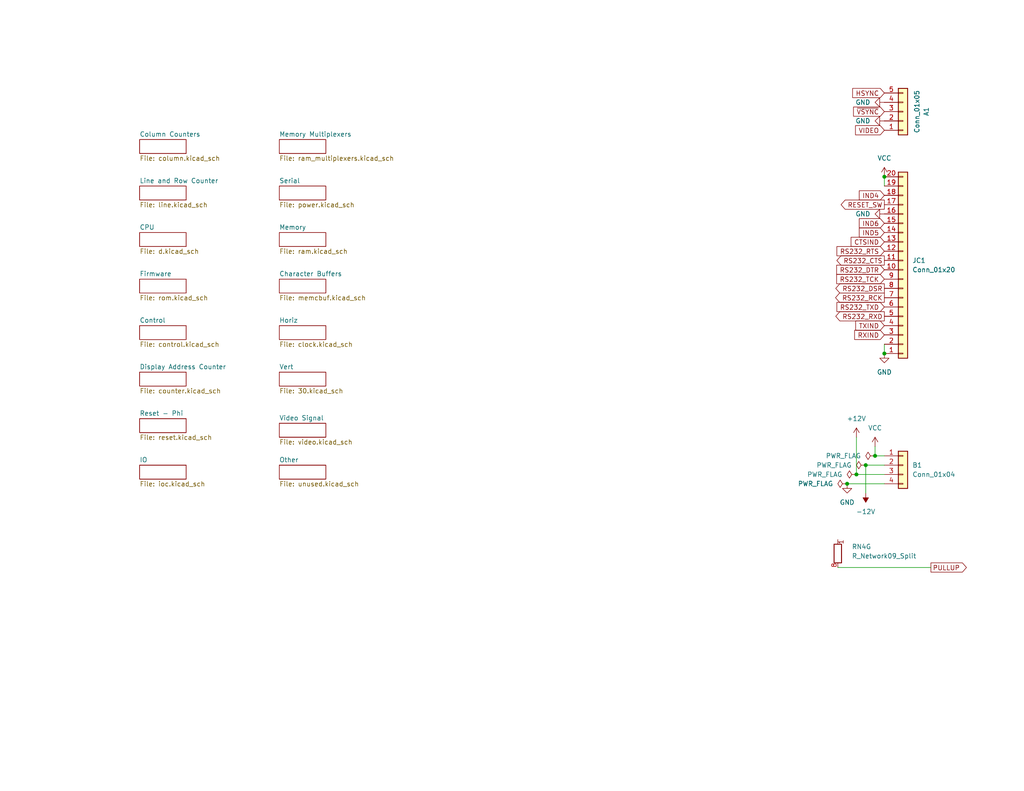
<source format=kicad_sch>
(kicad_sch (version 20230121) (generator eeschema)
  (paper "USLetter")
  (lib_symbols
    (symbol "Connector_Generic:Conn_01x04" (pin_names (offset 1.016) hide)
      (property "Reference" "J" (at 0 5.08 0))
      (property "Value" "Conn_01x04" (at 0 -7.62 0))
      (symbol "Conn_01x04_1_1"
        (rectangle (start -1.27 -4.953) (end 0 -5.207) (stroke (width 0.1524)))
        (rectangle (start -1.27 -2.413) (end 0 -2.667) (stroke (width 0.1524)))
        (rectangle (start -1.27 0.127) (end 0 -0.127) (stroke (width 0.1524)))
        (rectangle (start -1.27 2.667) (end 0 2.413) (stroke (width 0.1524)))
        (rectangle (start -1.27 3.81) (end 1.27 -6.35) (stroke (width 0.254)) (fill (type background)))
        (pin passive line (at -5.08 2.54 0) (length 3.81) (name "Pin_1") (number "1"))
        (pin passive line (at -5.08 0 0) (length 3.81) (name "Pin_2") (number "2"))
        (pin passive line (at -5.08 -2.54 0) (length 3.81) (name "Pin_3") (number "3"))
        (pin passive line (at -5.08 -5.08 0) (length 3.81) (name "Pin_4") (number "4"))
      )
    )
    (symbol "Connector_Generic:Conn_01x05" (pin_names (offset 1.016) hide)
      (property "Reference" "J" (at 0 7.62 0))
      (property "Value" "Conn_01x05" (at 0 -7.62 0))
      (symbol "Conn_01x05_1_1"
        (rectangle (start -1.27 -4.953) (end 0 -5.207) (stroke (width 0.1524)))
        (rectangle (start -1.27 -2.413) (end 0 -2.667) (stroke (width 0.1524)))
        (rectangle (start -1.27 0.127) (end 0 -0.127) (stroke (width 0.1524)))
        (rectangle (start -1.27 2.667) (end 0 2.413) (stroke (width 0.1524)))
        (rectangle (start -1.27 5.207) (end 0 4.953) (stroke (width 0.1524)))
        (rectangle (start -1.27 6.35) (end 1.27 -6.35) (stroke (width 0.254)) (fill (type background)))
        (pin passive line (at -5.08 5.08 0) (length 3.81) (name "Pin_1") (number "1"))
        (pin passive line (at -5.08 2.54 0) (length 3.81) (name "Pin_2") (number "2"))
        (pin passive line (at -5.08 0 0) (length 3.81) (name "Pin_3") (number "3"))
        (pin passive line (at -5.08 -2.54 0) (length 3.81) (name "Pin_4") (number "4"))
        (pin passive line (at -5.08 -5.08 0) (length 3.81) (name "Pin_5") (number "5"))
      )
    )
    (symbol "Connector_Generic:Conn_01x20" (pin_names (offset 1.016) hide)
      (property "Reference" "J" (at 0 25.4 0))
      (property "Value" "Conn_01x20" (at 0 -27.94 0))
      (symbol "Conn_01x20_1_1"
        (rectangle (start -1.27 -25.273) (end 0 -25.527) (stroke (width 0.1524)))
        (rectangle (start -1.27 -22.733) (end 0 -22.987) (stroke (width 0.1524)))
        (rectangle (start -1.27 -20.193) (end 0 -20.447) (stroke (width 0.1524)))
        (rectangle (start -1.27 -17.653) (end 0 -17.907) (stroke (width 0.1524)))
        (rectangle (start -1.27 -15.113) (end 0 -15.367) (stroke (width 0.1524)))
        (rectangle (start -1.27 -12.573) (end 0 -12.827) (stroke (width 0.1524)))
        (rectangle (start -1.27 -10.033) (end 0 -10.287) (stroke (width 0.1524)))
        (rectangle (start -1.27 -7.493) (end 0 -7.747) (stroke (width 0.1524)))
        (rectangle (start -1.27 -4.953) (end 0 -5.207) (stroke (width 0.1524)))
        (rectangle (start -1.27 -2.413) (end 0 -2.667) (stroke (width 0.1524)))
        (rectangle (start -1.27 0.127) (end 0 -0.127) (stroke (width 0.1524)))
        (rectangle (start -1.27 2.667) (end 0 2.413) (stroke (width 0.1524)))
        (rectangle (start -1.27 5.207) (end 0 4.953) (stroke (width 0.1524)))
        (rectangle (start -1.27 7.747) (end 0 7.493) (stroke (width 0.1524)))
        (rectangle (start -1.27 10.287) (end 0 10.033) (stroke (width 0.1524)))
        (rectangle (start -1.27 12.827) (end 0 12.573) (stroke (width 0.1524)))
        (rectangle (start -1.27 15.367) (end 0 15.113) (stroke (width 0.1524)))
        (rectangle (start -1.27 17.907) (end 0 17.653) (stroke (width 0.1524)))
        (rectangle (start -1.27 20.447) (end 0 20.193) (stroke (width 0.1524)))
        (rectangle (start -1.27 22.987) (end 0 22.733) (stroke (width 0.1524)))
        (rectangle (start -1.27 24.13) (end 1.27 -26.67) (stroke (width 0.254)) (fill (type background)))
        (pin passive line (at -5.08 22.86 0) (length 3.81) (name "Pin_1") (number "1"))
        (pin passive line (at -5.08 0 0) (length 3.81) (name "Pin_10") (number "10"))
        (pin passive line (at -5.08 -2.54 0) (length 3.81) (name "Pin_11") (number "11"))
        (pin passive line (at -5.08 -5.08 0) (length 3.81) (name "Pin_12") (number "12"))
        (pin passive line (at -5.08 -7.62 0) (length 3.81) (name "Pin_13") (number "13"))
        (pin passive line (at -5.08 -10.16 0) (length 3.81) (name "Pin_14") (number "14"))
        (pin passive line (at -5.08 -12.7 0) (length 3.81) (name "Pin_15") (number "15"))
        (pin passive line (at -5.08 -15.24 0) (length 3.81) (name "Pin_16") (number "16"))
        (pin passive line (at -5.08 -17.78 0) (length 3.81) (name "Pin_17") (number "17"))
        (pin passive line (at -5.08 -20.32 0) (length 3.81) (name "Pin_18") (number "18"))
        (pin passive line (at -5.08 -22.86 0) (length 3.81) (name "Pin_19") (number "19"))
        (pin passive line (at -5.08 20.32 0) (length 3.81) (name "Pin_2") (number "2"))
        (pin passive line (at -5.08 -25.4 0) (length 3.81) (name "Pin_20") (number "20"))
        (pin passive line (at -5.08 17.78 0) (length 3.81) (name "Pin_3") (number "3"))
        (pin passive line (at -5.08 15.24 0) (length 3.81) (name "Pin_4") (number "4"))
        (pin passive line (at -5.08 12.7 0) (length 3.81) (name "Pin_5") (number "5"))
        (pin passive line (at -5.08 10.16 0) (length 3.81) (name "Pin_6") (number "6"))
        (pin passive line (at -5.08 7.62 0) (length 3.81) (name "Pin_7") (number "7"))
        (pin passive line (at -5.08 5.08 0) (length 3.81) (name "Pin_8") (number "8"))
        (pin passive line (at -5.08 2.54 0) (length 3.81) (name "Pin_9") (number "9"))
      )
    )
    (symbol "Device:R_Network09_Split" (pin_names (offset 0) hide)
      (property "Reference" "RN" (at 2.032 0 90))
      (property "Value" "R_Network09_Split" (at 0 0 90))
      (symbol "R_Network09_Split_0_1"
        (rectangle (start 1.016 2.54) (end -1.016 -2.54) (stroke (width 0.254)))
      )
      (symbol "R_Network09_Split_1_1"
        (pin passive line (at 0 3.81 270) (length 1.27) (name "R1.1") (number "1"))
        (pin passive line (at 0 -3.81 90) (length 1.27) (name "R1.2") (number "2"))
      )
      (symbol "R_Network09_Split_2_1"
        (polyline (pts (xy 0 2.54) (xy 0 3.81)))
        (text "1" (at 0.889 3.175 900) (effects (font (size 1.27 1.27))))
        (pin passive line (at 0 -3.81 90) (length 1.27) (name "R2.2") (number "3"))
      )
      (symbol "R_Network09_Split_3_1"
        (polyline (pts (xy 0 2.54) (xy 0 3.81)))
        (text "1" (at 0.889 3.175 900) (effects (font (size 1.27 1.27))))
        (pin passive line (at 0 -3.81 90) (length 1.27) (name "R3.2") (number "4"))
      )
      (symbol "R_Network09_Split_4_1"
        (polyline (pts (xy 0 2.54) (xy 0 3.81)))
        (text "1" (at 0.889 3.175 900) (effects (font (size 1.27 1.27))))
        (pin passive line (at 0 -3.81 90) (length 1.27) (name "R4.2") (number "5"))
      )
      (symbol "R_Network09_Split_5_1"
        (polyline (pts (xy 0 2.54) (xy 0 3.81)))
        (text "1" (at 0.889 3.175 900) (effects (font (size 1.27 1.27))))
        (pin passive line (at 0 -3.81 90) (length 1.27) (name "R5.2") (number "6"))
      )
      (symbol "R_Network09_Split_6_1"
        (polyline (pts (xy 0 2.54) (xy 0 3.81)))
        (text "1" (at 0.889 3.175 900) (effects (font (size 1.27 1.27))))
        (pin passive line (at 0 -3.81 90) (length 1.27) (name "R6.2") (number "7"))
      )
      (symbol "R_Network09_Split_7_1"
        (polyline (pts (xy 0 2.54) (xy 0 3.81)))
        (text "1" (at 0.889 3.175 900) (effects (font (size 1.27 1.27))))
        (pin passive line (at 0 -3.81 90) (length 1.27) (name "R7.2") (number "8"))
      )
      (symbol "R_Network09_Split_8_1"
        (polyline (pts (xy 0 2.54) (xy 0 3.81)))
        (text "1" (at 0.889 3.175 900) (effects (font (size 1.27 1.27))))
        (pin passive line (at 0 -3.81 90) (length 1.27) (name "R8.2") (number "9"))
      )
      (symbol "R_Network09_Split_9_1"
        (polyline (pts (xy 0 2.54) (xy 0 3.81)))
        (text "1" (at 0.889 3.175 900) (effects (font (size 1.27 1.27))))
        (pin passive line (at 0 -3.81 90) (length 1.27) (name "R9.2") (number "10"))
      )
    )
    (symbol "power:+12V" (power) (pin_names (offset 0))
      (property "Value" "+12V" (at 0 3.556 0))
      (symbol "+12V_0_1"
        (polyline (pts (xy -0.762 1.27) (xy 0 2.54)))
        (polyline (pts (xy 0 0) (xy 0 2.54)))
        (polyline (pts (xy 0 2.54) (xy 0.762 1.27)))
      )
      (symbol "+12V_1_1"
        (pin power_in line (at 0 0 90) (length 0) hide (name "+12V") (number "1"))
      )
    )
    (symbol "power:-12V" (power) (pin_names (offset 0))
      (property "Value" "-12V" (at 0 3.81 0))
      (symbol "-12V_0_0"
        (pin power_in line (at 0 0 90) (length 0) hide (name "-12V") (number "1"))
      )
      (symbol "-12V_0_1"
        (polyline (pts (xy 0 0) (xy 0 1.27) (xy 0.762 1.27) (xy 0 2.54) (xy -0.762 1.27) (xy 0 1.27)) (fill (type outline)))
      )
    )
    (symbol "power:GND" (power) (pin_names (offset 0))
      (property "Value" "GND" (at 0 -3.81 0))
      (symbol "GND_0_1"
        (polyline (pts (xy 0 0) (xy 0 -1.27) (xy 1.27 -1.27) (xy 0 -2.54) (xy -1.27 -1.27) (xy 0 -1.27)))
      )
      (symbol "GND_1_1"
        (pin power_in line (at 0 0 270) (length 0) hide (name "GND") (number "1"))
      )
    )
    (symbol "power:PWR_FLAG" (power) (pin_numbers hide) (pin_names (offset 0) hide)
      (property "Value" "PWR_FLAG" (at 0 3.81 0))
      (symbol "PWR_FLAG_0_0"
        (pin power_out line (at 0 0 90) (length 0) (name "pwr") (number "1"))
      )
      (symbol "PWR_FLAG_0_1"
        (polyline (pts (xy 0 0) (xy 0 1.27) (xy -1.016 1.905) (xy 0 2.54) (xy 1.016 1.905) (xy 0 1.27)))
      )
    )
    (symbol "power:VCC" (power) (pin_names (offset 0))
      (property "Value" "VCC" (at 0 3.81 0))
      (symbol "VCC_0_1"
        (polyline (pts (xy -0.762 1.27) (xy 0 2.54)))
        (polyline (pts (xy 0 0) (xy 0 2.54)))
        (polyline (pts (xy 0 2.54) (xy 0.762 1.27)))
      )
      (symbol "VCC_1_1"
        (pin power_in line (at 0 0 90) (length 0) hide (name "VCC") (number "1"))
      )
    )
  )
  (junction (at 241.3 48.26))
  (junction (at 238.76 124.46))
  (junction (at 233.68 129.54))
  (junction (at 236.22 127))
  (junction (at 241.3 96.52))
  (junction (at 231.14 132.08))
  (wire (pts (xy 238.76 121.92) (xy 238.76 124.46)))
  (wire (pts (xy 254 154.94) (xy 228.6 154.94)))
  (wire (pts (xy 231.14 132.08) (xy 241.3 132.08)))
  (wire (pts (xy 233.68 119.38) (xy 233.68 129.54)))
  (wire (pts (xy 238.76 124.46) (xy 241.3 124.46)))
  (wire (pts (xy 241.3 93.98) (xy 241.3 96.52)))
  (wire (pts (xy 236.22 134.62) (xy 236.22 127)))
  (wire (pts (xy 233.68 129.54) (xy 241.3 129.54)))
  (wire (pts (xy 241.3 50.8) (xy 241.3 48.26)))
  (wire (pts (xy 236.22 127) (xy 241.3 127)))
  (global_label "RS232_RCK" (shape output) (at 241.3 81.28 180) (property "Intersheetrefs" "${INTERSHEET_REFS}" (effects hide)))
  (global_label "RS232_DSR" (shape output) (at 241.3 78.74 180) (property "Intersheetrefs" "${INTERSHEET_REFS}" (effects hide)))
  (global_label "RS232_RTS" (shape input) (at 241.3 68.58 180) (property "Intersheetrefs" "${INTERSHEET_REFS}" (effects hide)))
  (global_label "VIDEO" (shape input) (at 241.3 35.56 180) (property "Intersheetrefs" "${INTERSHEET_REFS}" (effects hide)))
  (global_label "RS232_CTS" (shape output) (at 241.3 71.12 180) (property "Intersheetrefs" "${INTERSHEET_REFS}" (effects hide)))
  (global_label "RS232_RXD" (shape output) (at 241.3 86.36 180) (property "Intersheetrefs" "${INTERSHEET_REFS}" (effects hide)))
  (global_label "IND4" (shape input) (at 241.3 53.34 180) (property "Intersheetrefs" "${INTERSHEET_REFS}" (effects hide)))
  (global_label "RS232_TCK" (shape input) (at 241.3 76.2 180) (property "Intersheetrefs" "${INTERSHEET_REFS}" (effects hide)))
  (global_label "RXIND" (shape input) (at 241.3 91.44 180) (property "Intersheetrefs" "${INTERSHEET_REFS}" (effects hide)))
  (global_label "HSYNC" (shape input) (at 241.3 25.4 180) (property "Intersheetrefs" "${INTERSHEET_REFS}" (effects hide)))
  (global_label "RESET_SW" (shape output) (at 241.3 55.88 180) (property "Intersheetrefs" "${INTERSHEET_REFS}" (effects hide)))
  (global_label "CTSIND" (shape input) (at 241.3 66.04 180) (property "Intersheetrefs" "${INTERSHEET_REFS}" (effects hide)))
  (global_label "IND5" (shape input) (at 241.3 63.5 180) (property "Intersheetrefs" "${INTERSHEET_REFS}" (effects hide)))
  (global_label "~{VSYNC}" (shape input) (at 241.3 30.48 180) (property "Intersheetrefs" "${INTERSHEET_REFS}" (effects hide)))
  (global_label "IND6" (shape input) (at 241.3 60.96 180) (property "Intersheetrefs" "${INTERSHEET_REFS}" (effects hide)))
  (global_label "RS232_TXD" (shape input) (at 241.3 83.82 180) (property "Intersheetrefs" "${INTERSHEET_REFS}" (effects hide)))
  (global_label "TXIND" (shape input) (at 241.3 88.9 180) (property "Intersheetrefs" "${INTERSHEET_REFS}" (effects hide)))
  (global_label "RS232_DTR" (shape input) (at 241.3 73.66 180) (property "Intersheetrefs" "${INTERSHEET_REFS}" (effects hide)))
  (global_label "PULLUP" (shape output) (at 254 154.94 0) (property "Intersheetrefs" "${INTERSHEET_REFS}" (effects hide)))
  (symbol (lib_id "power:GND") (at 241.3 33.02 270) (mirror x) (unit 1)
    (property "Reference" "#PWR0152" (effects hide))
    (property "Value" "GND" (at 237.49 33.0201 90) (effects (justify right)))
  )
  (symbol (lib_id "power:PWR_FLAG") (at 233.68 129.54 90) (unit 1)
    (property "Reference" "#FLG0104" (effects hide))
    (property "Value" "PWR_FLAG" (at 229.87 129.5399 90) (effects (justify left)))
  )
  (symbol (lib_id "power:+12V") (at 233.68 119.38 0) (unit 1)
    (property "Reference" "#PWR0207" (effects hide))
    (property "Value" "+12V" (at 233.68 114.3 0))
  )
  (symbol (lib_id "power:VCC") (at 238.76 121.92 0) (unit 1)
    (property "Reference" "#PWR0205" (effects hide))
    (property "Value" "VCC" (at 238.76 116.84 0))
  )
  (symbol (lib_id "power:GND") (at 241.3 27.94 270) (mirror x) (unit 1)
    (property "Reference" "#PWR0153" (effects hide))
    (property "Value" "GND" (at 237.49 27.9401 90) (effects (justify right)))
  )
  (symbol (lib_id "power:PWR_FLAG") (at 236.22 127 90) (unit 1)
    (property "Reference" "#FLG0103" (effects hide))
    (property "Value" "PWR_FLAG" (at 232.41 126.9999 90) (effects (justify left)))
  )
  (symbol (lib_id "power:PWR_FLAG") (at 231.14 132.08 90) (unit 1)
    (property "Reference" "#FLG0101" (effects hide))
    (property "Value" "PWR_FLAG" (at 227.33 132.0799 90) (effects (justify left)))
  )
  (symbol (lib_id "power:PWR_FLAG") (at 238.76 124.46 90) (unit 1)
    (property "Reference" "#FLG0102" (effects hide))
    (property "Value" "PWR_FLAG" (at 234.95 124.4599 90) (effects (justify left)))
  )
  (symbol (lib_id "power:GND") (at 231.14 132.08 0) (unit 1)
    (property "Reference" "#PWR0208" (effects hide))
    (property "Value" "GND" (at 231.14 137.16 0))
  )
  (symbol (lib_id "Connector_Generic:Conn_01x04") (at 246.38 127 0) (unit 1)
    (property "Reference" "B1" (at 248.92 126.9999 0) (effects (justify left)))
    (property "Value" "Conn_01x04" (at 248.92 129.5399 0) (effects (justify left)))
    (property "Footprint" "Connector_Wire:SolderWire-2sqmm_1x04_P7.8mm_D2mm_OD3.9mm" (effects hide))
  )
  (symbol (lib_id "power:VCC") (at 241.3 48.26 0) (unit 1)
    (property "Reference" "#PWR0216" (effects hide))
    (property "Value" "VCC" (at 241.3 43.18 0))
  )
  (symbol (lib_id "Device:R_Network09_Split") (at 228.6 151.13 0) (unit 7)
    (property "Reference" "RN4" (at 232.41 149.2638 0) (effects (justify left)))
    (property "Value" "R_Network09_Split" (at 232.41 151.8038 0) (effects (justify left)))
    (property "Footprint" "Resistor_THT:R_Array_SIP10" (effects hide))
    (property "Datasheet" "http://www.vishay.com/docs/31509/csc.pdf" (effects hide))
  )
  (symbol (lib_id "power:GND") (at 241.3 58.42 270) (unit 1)
    (property "Reference" "#PWR0217" (effects hide))
    (property "Value" "GND" (at 237.49 58.4199 90) (effects (justify right)))
  )
  (symbol (lib_id "Connector_Generic:Conn_01x20") (at 246.38 73.66 0) (mirror x) (unit 1)
    (property "Reference" "JC1" (at 248.92 71.1199 0) (effects (justify left)))
    (property "Value" "Conn_01x20" (at 248.92 73.6599 0) (effects (justify left)))
    (property "Footprint" "ambassador:SolderWire-0.75sqmm_1x020_P3.96mm_D1.25mm_OD2.3mm" (effects hide))
  )
  (symbol (lib_id "power:-12V") (at 236.22 134.62 180) (unit 1)
    (property "Reference" "#PWR0206" (effects hide))
    (property "Value" "-12V" (at 236.22 139.7 0))
  )
  (symbol (lib_id "power:GND") (at 241.3 96.52 0) (unit 1)
    (property "Reference" "#PWR01" (effects hide))
    (property "Value" "GND" (at 241.3 101.6 0))
  )
  (symbol (lib_id "Connector_Generic:Conn_01x05") (at 246.38 30.48 0) (mirror x) (unit 1)
    (property "Reference" "A1" (at 252.73 30.48 90))
    (property "Value" "Conn_01x05" (at 250.19 30.48 90))
    (property "Footprint" "ambassador:SolderWire-0.75sqmm_1x05_P6.35mm_D1.25mm_OD2.3mm" (effects hide))
  )
  (sheet (at 38.1 101.6) (size 12.7 3.81) (stroke (width 0.1524))
    (property "Sheetname" "Display Address Counter" (at 38.1 100.8884 0) (effects (justify left bottom)))
    (property "Sheetfile" "counter.kicad_sch" (at 38.1 105.9946 0) (effects (justify left top)))
  )
  (sheet (at 76.2 88.9) (size 12.7 3.81) (stroke (width 0.1524))
    (property "Sheetname" "Horiz" (at 76.2 88.1884 0) (effects (justify left bottom)))
    (property "Sheetfile" "clock.kicad_sch" (at 76.2 93.2946 0) (effects (justify left top)))
  )
  (sheet (at 76.2 101.6) (size 12.7 3.81) (stroke (width 0.1524))
    (property "Sheetname" "Vert" (at 76.2 100.8884 0) (effects (justify left bottom)))
    (property "Sheetfile" "30.kicad_sch" (at 76.2 105.9946 0) (effects (justify left top)))
  )
  (sheet (at 76.2 50.8) (size 12.7 3.81) (stroke (width 0.1524))
    (property "Sheetname" "Serial" (at 76.2 50.0884 0) (effects (justify left bottom)))
    (property "Sheetfile" "power.kicad_sch" (at 76.2 55.1946 0) (effects (justify left top)))
  )
  (sheet (at 38.1 76.2) (size 12.7 3.81) (stroke (width 0.1524))
    (property "Sheetname" "Firmware" (at 38.1 75.4884 0) (effects (justify left bottom)))
    (property "Sheetfile" "rom.kicad_sch" (at 38.1 80.5946 0) (effects (justify left top)))
  )
  (sheet (at 76.2 63.5) (size 12.7 3.81) (stroke (width 0.1524))
    (property "Sheetname" "Memory" (at 76.2 62.7884 0) (effects (justify left bottom)))
    (property "Sheetfile" "ram.kicad_sch" (at 76.2 67.8946 0) (effects (justify left top)))
  )
  (sheet (at 76.2 38.1) (size 12.7 3.81) (stroke (width 0.1524))
    (property "Sheetname" "Memory Multiplexers" (at 76.2 37.3884 0) (effects (justify left bottom)))
    (property "Sheetfile" "ram_multiplexers.kicad_sch" (at 76.2 42.4946 0) (effects (justify left top)))
  )
  (sheet (at 76.2 115.57) (size 12.7 3.81) (stroke (width 0.1524))
    (property "Sheetname" "Video Signal" (at 76.2 114.8584 0) (effects (justify left bottom)))
    (property "Sheetfile" "video.kicad_sch" (at 76.2 119.9646 0) (effects (justify left top)))
  )
  (sheet (at 38.1 88.9) (size 12.7 3.81) (stroke (width 0.1524))
    (property "Sheetname" "Control" (at 38.1 88.1884 0) (effects (justify left bottom)))
    (property "Sheetfile" "control.kicad_sch" (at 38.1 93.2946 0) (effects (justify left top)))
  )
  (sheet (at 38.1 114.3) (size 12.7 3.81) (stroke (width 0.1524))
    (property "Sheetname" "Reset - Phi" (at 38.1 113.5884 0) (effects (justify left bottom)))
    (property "Sheetfile" "reset.kicad_sch" (at 38.1 118.6946 0) (effects (justify left top)))
  )
  (sheet (at 38.1 38.1) (size 12.7 3.81) (stroke (width 0.1524))
    (property "Sheetname" "Column Counters" (at 38.1 37.3884 0) (effects (justify left bottom)))
    (property "Sheetfile" "column.kicad_sch" (at 38.1 42.4946 0) (effects (justify left top)))
  )
  (sheet (at 76.2 127) (size 12.7 3.81) (stroke (width 0.1524))
    (property "Sheetname" "Other" (at 76.2 126.2884 0) (effects (justify left bottom)))
    (property "Sheetfile" "unused.kicad_sch" (at 76.2 131.3946 0) (effects (justify left top)))
  )
  (sheet (at 38.1 63.5) (size 12.7 3.81) (stroke (width 0.1524))
    (property "Sheetname" "CPU" (at 38.1 62.7884 0) (effects (justify left bottom)))
    (property "Sheetfile" "d.kicad_sch" (at 38.1 67.8946 0) (effects (justify left top)))
  )
  (sheet (at 38.1 127) (size 12.7 3.81) (stroke (width 0.1524))
    (property "Sheetname" "IO" (at 38.1 126.2884 0) (effects (justify left bottom)))
    (property "Sheetfile" "ioc.kicad_sch" (at 38.1 131.3946 0) (effects (justify left top)))
  )
  (sheet (at 76.2 76.2) (size 12.7 3.81) (stroke (width 0.1524))
    (property "Sheetname" "Character Buffers" (at 76.2 75.4884 0) (effects (justify left bottom)))
    (property "Sheetfile" "memcbuf.kicad_sch" (at 76.2 80.5946 0) (effects (justify left top)))
  )
  (sheet (at 38.1 50.8) (size 12.7 3.81) (stroke (width 0.1524))
    (property "Sheetname" "Line and Row Counter" (at 38.1 50.0884 0) (effects (justify left bottom)))
    (property "Sheetfile" "line.kicad_sch" (at 38.1 55.1946 0) (effects (justify left top)))
  )
)
</source>
